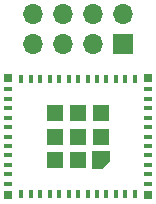
<source format=gbr>
%TF.GenerationSoftware,KiCad,Pcbnew,(6.0.2-0)*%
%TF.CreationDate,2022-03-05T07:56:46+00:00*%
%TF.ProjectId,Generic01,47656e65-7269-4633-9031-2e6b69636164,1*%
%TF.SameCoordinates,Original*%
%TF.FileFunction,Soldermask,Top*%
%TF.FilePolarity,Negative*%
%FSLAX46Y46*%
G04 Gerber Fmt 4.6, Leading zero omitted, Abs format (unit mm)*
G04 Created by KiCad (PCBNEW (6.0.2-0)) date 2022-03-05 07:56:46*
%MOMM*%
%LPD*%
G01*
G04 APERTURE LIST*
G04 Aperture macros list*
%AMOutline5P*
0 Free polygon, 5 corners , with rotation*
0 The origin of the aperture is its center*
0 number of corners: always 5*
0 $1 to $10 corner X, Y*
0 $11 Rotation angle, in degrees counterclockwise*
0 create outline with 5 corners*
4,1,5,$1,$2,$3,$4,$5,$6,$7,$8,$9,$10,$1,$2,$11*%
%AMOutline6P*
0 Free polygon, 6 corners , with rotation*
0 The origin of the aperture is its center*
0 number of corners: always 6*
0 $1 to $12 corner X, Y*
0 $13 Rotation angle, in degrees counterclockwise*
0 create outline with 6 corners*
4,1,6,$1,$2,$3,$4,$5,$6,$7,$8,$9,$10,$11,$12,$1,$2,$13*%
%AMOutline7P*
0 Free polygon, 7 corners , with rotation*
0 The origin of the aperture is its center*
0 number of corners: always 7*
0 $1 to $14 corner X, Y*
0 $15 Rotation angle, in degrees counterclockwise*
0 create outline with 7 corners*
4,1,7,$1,$2,$3,$4,$5,$6,$7,$8,$9,$10,$11,$12,$13,$14,$1,$2,$15*%
%AMOutline8P*
0 Free polygon, 8 corners , with rotation*
0 The origin of the aperture is its center*
0 number of corners: always 8*
0 $1 to $16 corner X, Y*
0 $17 Rotation angle, in degrees counterclockwise*
0 create outline with 8 corners*
4,1,8,$1,$2,$3,$4,$5,$6,$7,$8,$9,$10,$11,$12,$13,$14,$15,$16,$1,$2,$17*%
G04 Aperture macros list end*
%ADD10R,0.800000X0.400000*%
%ADD11R,0.400000X0.800000*%
%ADD12Outline5P,-0.725000X0.130500X-0.130500X0.725000X0.725000X0.725000X0.725000X-0.725000X-0.725000X-0.725000X180.000000*%
%ADD13R,1.450000X1.450000*%
%ADD14R,0.700000X0.700000*%
%ADD15R,1.700000X1.700000*%
%ADD16O,1.700000X1.700000*%
G04 APERTURE END LIST*
D10*
%TO.C,U1*%
X151500000Y-119400000D03*
X151500000Y-118600000D03*
X151500000Y-117800000D03*
X151500000Y-117000000D03*
X151500000Y-116200000D03*
X151500000Y-115400000D03*
X151500000Y-114600000D03*
X151500000Y-113800000D03*
X151500000Y-113000000D03*
X151500000Y-112200000D03*
X151500000Y-111400000D03*
D11*
X150400000Y-110500000D03*
X149600000Y-110500000D03*
X148800000Y-110500000D03*
X148000000Y-110500000D03*
X147200000Y-110500000D03*
X146400000Y-110500000D03*
X145600000Y-110500000D03*
X144800000Y-110500000D03*
X144000000Y-110500000D03*
X143200000Y-110500000D03*
X142400000Y-110500000D03*
X141600000Y-110500000D03*
X140800000Y-110500000D03*
D10*
X139700000Y-111400000D03*
X139700000Y-112200000D03*
X139700000Y-113000000D03*
X139700000Y-113800000D03*
X139700000Y-114600000D03*
X139700000Y-115400000D03*
X139700000Y-116200000D03*
X139700000Y-117000000D03*
X139700000Y-117800000D03*
X139700000Y-118600000D03*
X139700000Y-119400000D03*
D11*
X140800000Y-120300000D03*
X141600000Y-120300000D03*
X142400000Y-120300000D03*
X143200000Y-120300000D03*
X144000000Y-120300000D03*
X144800000Y-120300000D03*
X145600000Y-120300000D03*
X146400000Y-120300000D03*
X147200000Y-120300000D03*
X148000000Y-120300000D03*
X148800000Y-120300000D03*
X149600000Y-120300000D03*
X150400000Y-120300000D03*
D12*
X147575000Y-117375000D03*
D13*
X147575000Y-113425000D03*
X143625000Y-113425000D03*
X147575000Y-115400000D03*
X145600000Y-117375000D03*
X145600000Y-113425000D03*
X143625000Y-117375000D03*
X143625000Y-115400000D03*
X145600000Y-115400000D03*
D14*
X139650000Y-120350000D03*
X139650000Y-110450000D03*
X151550000Y-110450000D03*
X151550000Y-120350000D03*
%TD*%
D15*
%TO.C,J1*%
X149410000Y-107600000D03*
D16*
X149410000Y-105060000D03*
X146870000Y-107600000D03*
X146870000Y-105060000D03*
X144330000Y-107600000D03*
X144330000Y-105060000D03*
X141790000Y-107600000D03*
X141790000Y-105060000D03*
%TD*%
M02*

</source>
